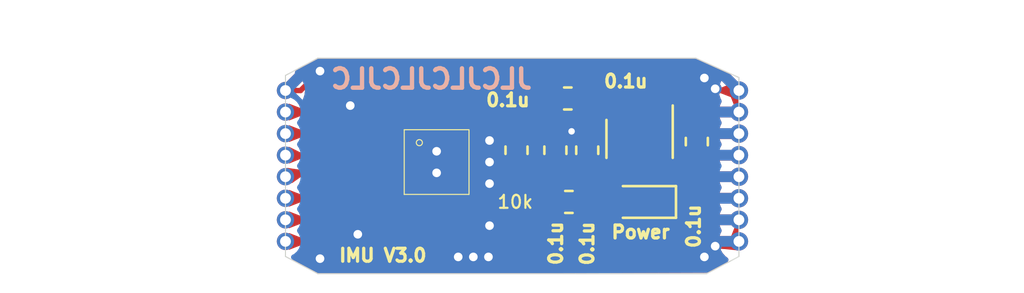
<source format=kicad_pcb>
(kicad_pcb (version 20221018) (generator pcbnew)
  (layers (0 "F.Cu" signal) (31 "B.Cu" signal) (34 "B.Paste" user) (35 "F.Paste" user) (36 "B.SilkS" user "B.Silkscreen") (37 "F.SilkS" user "F.Silkscreen") (38 "B.Mask" user) (39 "F.Mask" user) (44 "Edge.Cuts" user))
  (net 0 "")
  (net 1 "+5V")
  (net 2 "GND")
  (net 3 "Net-(C2-Pad1)")
  (net 4 "+3V3")
  (net 5 "Net-(C5-Pad1)")
  (net 6 "FSYNC")
  (net 7 "INT")
  (net 8 "CS")
  (net 9 "MISO")
  (net 10 "MOSI")
  (net 11 "SCLK")
  (net 12 "Net-(D1-Pad2)")
  (footprint "Capacitor_SMD:C_0603_1608Metric_Pad1.05x0.95mm_HandSolder" (layer "F.Cu") (at 113.075 53.37 180)
    (fp_text reference "0.1u" (at -2.685 0.8) (layer "F.SilkS") (effects (font (size 0.6 0.6))))
    (fp_text value "100n")
    (fp_line (start -0.171267 -0.51) (end 0.171267 -0.51) (stroke (width 0.12)) (layer "F.SilkS"))
    (fp_line (start -0.171267 0.51) (end 0.171267 0.51) (stroke (width 0.12)) (layer "F.SilkS"))
    (pad "1" smd roundrect (at -0.875 0 180) (size 1.05 0.95) (layers "F.Cu" "F.Paste" "F.Mask") (net 3 "Net-(C2-Pad1)"))
    (pad "2" smd roundrect (at 0.875 0 180) (size 1.05 0.95) (layers "F.Cu" "F.Paste" "F.Mask") (net 2 "GND"))
  )
  (footprint "Capacitor_SMD:C_0603_1608Metric_Pad1.05x0.95mm_HandSolder" (layer "F.Cu") (at 113.975 55.77 90)
    (fp_text reference "0.1u" (at -4.33 -0.005 90) (layer "F.SilkS") (effects (font (size 0.6 0.6))))
    (fp_text value "10u")
    (fp_line (start -0.171267 -0.51) (end 0.171267 -0.51) (stroke (width 0.12)) (layer "F.SilkS"))
    (fp_line (start -0.171267 0.51) (end 0.171267 0.51) (stroke (width 0.12)) (layer "F.SilkS"))
    (pad "1" smd roundrect (at -0.875 0 90) (size 1.05 0.95) (layers "F.Cu" "F.Paste" "F.Mask") (net 4 "+3V3"))
    (pad "2" smd roundrect (at 0.875 0 90) (size 1.05 0.95) (layers "F.Cu" "F.Paste" "F.Mask") (net 2 "GND"))
  )
  (footprint "Capacitor_SMD:C_0603_1608Metric_Pad1.05x0.95mm_HandSolder" (layer "F.Cu") (at 112.5 55.77 90)
    (fp_text reference "0.1u" (at -4.32 0.02 90) (layer "F.SilkS") (effects (font (size 0.6 0.6))))
    (fp_text value "100n")
    (fp_line (start -0.171267 -0.51) (end 0.171267 -0.51) (stroke (width 0.12)) (layer "F.SilkS"))
    (fp_line (start -0.171267 0.51) (end 0.171267 0.51) (stroke (width 0.12)) (layer "F.SilkS"))
    (pad "1" smd roundrect (at -0.875 0 90) (size 1.05 0.95) (layers "F.Cu" "F.Paste" "F.Mask") (net 4 "+3V3"))
    (pad "2" smd roundrect (at 0.875 0 90) (size 1.05 0.95) (layers "F.Cu" "F.Paste" "F.Mask") (net 2 "GND"))
  )
  (footprint "Package_TO_SOT_SMD:TSOT-23-5" (layer "F.Cu") (at 116.425 55.245 -90)
    (fp_text reference " " (at -1.785 -2.575 180) (layer "F.SilkS"))
    (fp_text value "NJM2871BF33")
    (fp_line (start -0.88 1.56) (end 0.88 1.56) (stroke (width 0.12)) (layer "F.SilkS"))
    (fp_line (start 0.88 -1.51) (end -1.55 -1.51) (stroke (width 0.12)) (layer "F.SilkS"))
    (pad "1" smd rect (at -1.31 -0.95 270) (size 1.22 0.65) (layers "F.Cu" "F.Paste" "F.Mask") (net 1 "+5V"))
    (pad "2" smd rect (at -1.31 0 270) (size 1.22 0.65) (layers "F.Cu" "F.Paste" "F.Mask") (net 2 "GND"))
    (pad "3" smd rect (at -1.31 0.95 270) (size 1.22 0.65) (layers "F.Cu" "F.Paste" "F.Mask") (net 3 "Net-(C2-Pad1)"))
    (pad "4" smd rect (at 1.31 0.95 270) (size 1.22 0.65) (layers "F.Cu" "F.Paste" "F.Mask") (net 4 "+3V3"))
    (pad "5" smd rect (at 1.31 -0.95 270) (size 1.22 0.65) (layers "F.Cu" "F.Paste" "F.Mask") (net 1 "+5V"))
  )
  (footprint "mylibrary:LGA-16-3x3" (layer "F.Cu") (at 107 56.32)
    (fp_text reference " " (at 1.675 2.125) (layer "F.SilkS") (effects (font (size 0.8 0.8) (thickness 0.12))))
    (fp_text value "ICM-20602" hide)
    (fp_line (start -1.5 -1.5) (end 1.5 -1.5) (stroke (width 0.05)) (layer "F.SilkS"))
    (fp_line (start -1.5 1.5) (end -1.5 -1.5) (stroke (width 0.05)) (layer "F.SilkS"))
    (fp_line (start 1.5 -1.5) (end 1.5 1.5) (stroke (width 0.05)) (layer "F.SilkS"))
    (fp_line (start 1.5 1.5) (end -1.5 1.5) (stroke (width 0.05)) (layer "F.SilkS"))
    (fp_circle (center -0.8 -0.9) (end -0.7 -0.8) (stroke (width 0.05)) (fill none) (layer "F.SilkS"))
    (pad "1" smd rect (at -1.475 -1) (size 0.85 0.25) (layers "F.Cu" "F.Paste" "F.Mask") (net 4 "+3V3"))
    (pad "2" smd rect (at -1.475 -0.5) (size 0.85 0.25) (layers "F.Cu" "F.Paste" "F.Mask") (net 11 "SCLK"))
    (pad "3" smd rect (at -1.475 0) (size 0.85 0.25) (layers "F.Cu" "F.Paste" "F.Mask") (net 10 "MOSI"))
    (pad "4" smd rect (at -1.475 0.5) (size 0.85 0.25) (layers "F.Cu" "F.Paste" "F.Mask") (net 9 "MISO"))
    (pad "5" smd rect (at -1.475 1) (size 0.85 0.25) (layers "F.Cu" "F.Paste" "F.Mask") (net 8 "CS"))
    (pad "6" smd rect (at -0.5 1.475) (size 0.25 0.85) (layers "F.Cu" "F.Paste" "F.Mask") (net 7 "INT"))
    (pad "7" smd rect (at 0 1.475) (size 0.25 0.85) (layers "F.Cu" "F.Paste" "F.Mask") (net 2 "GND"))
    (pad "8" smd rect (at 0.5 1.475) (size 0.25 0.85) (layers "F.Cu" "F.Paste" "F.Mask") (net 6 "FSYNC"))
    (pad "9" smd rect (at 1.475 1) (size 0.85 0.25) (layers "F.Cu" "F.Paste" "F.Mask") (net 2 "GND"))
    (pad "10" smd rect (at 1.475 0.5) (size 0.85 0.25) (layers "F.Cu" "F.Paste" "F.Mask") (net 2 "GND"))
    (pad "11" smd rect (at 1.475 0) (size 0.85 0.25) (layers "F.Cu" "F.Paste" "F.Mask") (net 2 "GND"))
    (pad "12" smd rect (at 1.475 -0.5) (size 0.85 0.25) (layers "F.Cu" "F.Paste" "F.Mask") (net 2 "GND"))
    (pad "13" smd rect (at 1.475 -1) (size 0.85 0.25) (layers "F.Cu" "F.Paste" "F.Mask") (net 2 "GND"))
    (pad "14" smd rect (at 0.5 -1.475) (size 0.25 0.85) (layers "F.Cu" "F.Paste" "F.Mask") (net 5 "Net-(C5-Pad1)"))
    (pad "15" smd rect (at 0 -1.475) (size 0.25 0.85) (layers "F.Cu" "F.Paste" "F.Mask") (net 2 "GND"))
    (pad "16" smd rect (at -0.5 -1.475) (size 0.25 0.85) (layers "F.Cu" "F.Paste" "F.Mask") (net 4 "+3V3"))
  )
  (footprint "Capacitor_SMD:C_0603_1608Metric_Pad1.05x0.95mm_HandSolder" (layer "F.Cu") (at 110.7 55.77 -90)
    (fp_text reference "0.1u" (at -2.33 0.4 180) (layer "F.SilkS") (effects (font (size 0.6 0.6))))
    (fp_text value "C_Small")
    (fp_line (start -0.171267 -0.51) (end 0.171267 -0.51) (stroke (width 0.12)) (layer "F.SilkS"))
    (fp_line (start -0.171267 0.51) (end 0.171267 0.51) (stroke (width 0.12)) (layer "F.SilkS"))
    (pad "1" smd roundrect (at -0.875 0 270) (size 1.05 0.95) (layers "F.Cu" "F.Paste" "F.Mask") (net 5 "Net-(C5-Pad1)"))
    (pad "2" smd roundrect (at 0.875 0 270) (size 1.05 0.95) (layers "F.Cu" "F.Paste" "F.Mask") (net 2 "GND"))
  )
  (footprint "LED_SMD:LED_0603_1608Metric_Pad1.05x0.95mm_HandSolder" (layer "F.Cu") (at 116.425 58.17 180)
    (fp_text reference "Power" (at -0.025 -1.4) (layer "F.SilkS") (effects (font (size 0.6 0.6))))
    (fp_text value "LED")
    (fp_line (start -1.66 -0.735) (end -1.66 0.735) (stroke (width 0.12)) (layer "F.SilkS"))
    (fp_line (start -1.66 0.735) (end 0.8 0.735) (stroke (width 0.12)) (layer "F.SilkS"))
    (fp_line (start 0.8 -0.735) (end -1.66 -0.735) (stroke (width 0.12)) (layer "F.SilkS"))
    (pad "1" smd roundrect (at -0.875 0 180) (size 1.05 0.95) (layers "F.Cu" "F.Paste" "F.Mask") (net 2 "GND"))
    (pad "2" smd roundrect (at 0.875 0 180) (size 1.05 0.95) (layers "F.Cu" "F.Paste" "F.Mask") (net 12 "Net-(D1-Pad2)"))
  )
  (footprint "Resistor_SMD:R_0603_1608Metric_Pad1.05x0.95mm_HandSolder" (layer "F.Cu") (at 113.125 58.17)
    (fp_text reference "10k" (at -2.485 0) (layer "F.SilkS") (effects (font (size 0.6 0.6) (thickness 0.1) bold)))
    (fp_text value "R_Small")
    (fp_line (start -0.171267 -0.51) (end 0.171267 -0.51) (stroke (width 0.12)) (layer "F.SilkS"))
    (fp_line (start -0.171267 0.51) (end 0.171267 0.51) (stroke (width 0.12)) (layer "F.SilkS"))
    (pad "1" smd roundrect (at -0.875 0) (size 1.05 0.95) (layers "F.Cu" "F.Paste" "F.Mask") (net 4 "+3V3"))
    (pad "2" smd roundrect (at 0.875 0) (size 1.05 0.95) (layers "F.Cu" "F.Paste" "F.Mask") (net 12 "Net-(D1-Pad2)"))
  )
  (footprint "Capacitor_SMD:C_0603_1608Metric_Pad1.05x0.95mm_HandSolder" (layer "F.Cu") (at 119.05 55.37 90)
    (fp_text reference "0.1u" (at -3.93 -0.15 90) (layer "F.SilkS") (effects (font (size 0.6 0.6))))
    (fp_text value "10u")
    (fp_line (start -0.171267 -0.51) (end 0.171267 -0.51) (stroke (width 0.12)) (layer "F.SilkS"))
    (fp_line (start -0.171267 0.51) (end 0.171267 0.51) (stroke (width 0.12)) (layer "F.SilkS"))
    (pad "1" smd roundrect (at -0.875 0 90) (size 1.05 0.95) (layers "F.Cu" "F.Paste" "F.Mask") (net 2 "GND"))
    (pad "2" smd roundrect (at 0.875 0 90) (size 1.05 0.95) (layers "F.Cu" "F.Paste" "F.Mask") (net 1 "+5V"))
  )
  (footprint "Connector_PinHeader_1.00mm:PinHeader_1x08_P1.00mm_Vertical" (layer "F.Cu") (at 100 53)
    (fp_text reference " " hide)
    (fp_text value "PinHeader_1x08_P1.00mm_Vertical")
    (pad "1" thru_hole circle (at 0 0) (size 0.8 0.8) (drill 0.5) (layers "*.Cu" "*.Mask") (net 2 "GND"))
    (pad "2" thru_hole oval (at 0 1) (size 0.8 0.8) (drill 0.5) (layers "*.Cu" "*.Mask") (net 1 "+5V"))
    (pad "3" thru_hole oval (at 0 2) (size 0.8 0.8) (drill 0.5) (layers "*.Cu" "*.Mask") (net 11 "SCLK"))
    (pad "4" thru_hole oval (at 0 3) (size 0.8 0.8) (drill 0.5) (layers "*.Cu" "*.Mask") (net 10 "MOSI"))
    (pad "5" thru_hole oval (at 0 4) (size 0.8 0.8) (drill 0.5) (layers "*.Cu" "*.Mask") (net 9 "MISO"))
    (pad "6" thru_hole oval (at 0 5) (size 0.8 0.8) (drill 0.5) (layers "*.Cu" "*.Mask") (net 8 "CS"))
    (pad "7" thru_hole oval (at 0 6) (size 0.8 0.8) (drill 0.5) (layers "*.Cu" "*.Mask") (net 7 "INT"))
    (pad "8" thru_hole oval (at 0 7) (size 0.8 0.8) (drill 0.5) (layers "*.Cu" "*.Mask") (net 6 "FSYNC"))
  )
  (footprint "Connector_PinHeader_1.00mm:PinHeader_1x08_P1.00mm_Vertical" (layer "F.Cu") (at 121 53)
    (fp_text reference " " hide)
    (fp_text value "PinHeader_1x08_P1.00mm_Vertical")
    (pad "1" thru_hole circle (at 0 0) (size 0.85 0.85) (drill 0.5) (layers "*.Cu" "*.Mask") (net 2 "GND"))
    (pad "2" thru_hole oval (at 0 1) (size 0.85 0.85) (drill 0.5) (layers "*.Cu" "*.Mask") (net 2 "GND"))
    (pad "3" thru_hole oval (at 0 2) (size 0.85 0.85) (drill 0.5) (layers "*.Cu" "*.Mask") (net 2 "GND"))
    (pad "4" thru_hole oval (at 0 3) (size 0.85 0.85) (drill 0.5) (layers "*.Cu" "*.Mask") (net 2 "GND"))
    (pad "5" thru_hole oval (at 0 4) (size 0.85 0.85) (drill 0.5) (layers "*.Cu" "*.Mask") (net 2 "GND"))
    (pad "6" thru_hole oval (at 0 5) (size 0.85 0.85) (drill 0.5) (layers "*.Cu" "*.Mask") (net 2 "GND"))
    (pad "7" thru_hole oval (at 0 6) (size 0.85 0.85) (drill 0.5) (layers "*.Cu" "*.Mask") (net 2 "GND"))
    (pad "8" thru_hole oval (at 0 7) (size 0.85 0.85) (drill 0.5) (layers "*.Cu" "*.Mask") (net 2 "GND"))
  )
  (gr_line (start 101.5 51.499999) (end 100 52.3) (stroke (width 0.05)) (layer "Edge.Cuts"))
  (gr_line (start 121 52.4) (end 119 51.5) (stroke (width 0.05)) (layer "Edge.Cuts"))
  (gr_line (start 100 60.7) (end 101.5 61.5) (stroke (width 0.05)) (layer "Edge.Cuts"))
  (gr_line (start 121 52.4) (end 121 60.7) (stroke (width 0.05)) (layer "Edge.Cuts"))
  (gr_line (start 119 51.5) (end 101.5 51.499999) (stroke (width 0.05)) (layer "Edge.Cuts"))
  (gr_line (start 101.5 61.5) (end 119.5 61.5) (stroke (width 0.05)) (layer "Edge.Cuts"))
  (gr_line (start 119.5 61.5) (end 121 60.7) (stroke (width 0.05)) (layer "Edge.Cuts"))
  (gr_line (start 100 52.3) (end 100 60.7) (stroke (width 0.05)) (layer "Edge.Cuts"))
  (gr_text "JLCJLCJLCJLC" (at 111.52 52.99) (layer "B.SilkS") (effects (font (size 0.9 0.9) (thickness 0.2) bold) (justify left bottom mirror)))
  (gr_text "IMU V3.0" (at 102.41 61) (layer "F.SilkS") (effects (font (size 0.6 0.6) (thickness 0.15) bold) (justify left bottom)))
  (segment (start 117.375 55.645) (end 117.375 56.555) (width 0.4) (layer "F.Cu") (net 1))
  (segment (start 117.375 53.935) (end 117.375 55.245) (width 0.4) (layer "F.Cu") (net 1))
  (segment (start 119.05 54.495) (end 117.05 52.495) (width 0.4) (layer "F.Cu") (net 1))
  (segment (start 117.375 55.245) (end 117.375 56.555) (width 0.4) (layer "F.Cu") (net 1))
  (segment (start 119.05 54.495) (end 118.525 54.495) (width 0.4) (layer "F.Cu") (net 1))
  (segment (start 118.525 54.495) (end 117.375 55.645) (width 0.4) (layer "F.Cu") (net 1))
  (segment (start 103.67501 55.29499) (end 103.65 55.32) (width 0.25) (layer "F.Cu") (net 1))
  (segment (start 100.91 54) (end 100 54) (width 0.25) (layer "F.Cu") (net 1))
  (segment (start 117.05 52.495) (end 106.324239 52.495) (width 0.4) (layer "F.Cu") (net 1))
  (segment (start 103.67501 55.144229) (end 103.67501 55.29499) (width 0.4) (layer "F.Cu") (net 1))
  (segment (start 102.23 55.32) (end 100.91 54) (width 0.25) (layer "F.Cu") (net 1))
  (segment (start 106.324239 52.495) (end 103.67501 55.144229) (width 0.4) (layer "F.Cu") (net 1))
  (segment (start 103.65 55.32) (end 102.23 55.32) (width 0.25) (layer "F.Cu") (net 1))
  (segment (start 109.45 55.32) (end 109.45 55.32) (width 0.25) (layer "F.Cu") (net 2))
  (segment (start 109.45 55.82) (end 109.45 55.82) (width 0.25) (layer "F.Cu") (net 2))
  (segment (start 109.45 56.32) (end 109.45 56.32) (width 0.25) (layer "F.Cu") (net 2))
  (segment (start 109.45 56.82) (end 109.45 56.82) (width 0.25) (layer "F.Cu") (net 2))
  (segment (start 109.45 57.32) (end 109.45 57.32) (width 0.25) (layer "F.Cu") (net 2))
  (segment (start 109.45 57.32) (end 109.45 57.32) (width 0.25) (layer "F.Cu") (net 2))
  (segment (start 109.45 56.32) (end 109.45 56.32) (width 0.25) (layer "F.Cu") (net 2))
  (segment (start 109.45 55.32) (end 109.45 55.32) (width 0.25) (layer "F.Cu") (net 2))
  (segment (start 118.95 51.97) (end 101.73 51.97) (width 0.25) (layer "F.Cu") (net 2))
  (segment (start 116.425 53.935) (end 116.425 57.67) (width 0.4) (layer "F.Cu") (net 2))
  (segment (start 112.5 53.67) (end 112.5 54.895) (width 0.4) (layer "F.Cu") (net 2))
  (segment (start 121 53) (end 119.98 53) (width 0.25) (layer "F.Cu") (net 2))
  (segment (start 109.4 60.72) (end 108 60.72) (width 0.25) (layer "F.Cu") (net 2))
  (segment (start 108.475 56.32) (end 109.45 56.32) (width 0.25) (layer "F.Cu") (net 2))
  (segment (start 116.425 57.67) (end 116.925 58.17) (width 0.4) (layer "F.Cu") (net 2))
  (segment (start 112.2 53.37) (end 112.5 53.67) (width 0.4) (layer "F.Cu") (net 2))
  (segment (start 119.4 60.72) (end 119.9 60.22) (width 0.25) (layer "F.Cu") (net 2))
  (segment (start 108 60.72) (end 101.68 60.72) (width 0.25) (layer "F.Cu") (net 2))
  (segment (start 101.73 51.97) (end 101.6 52.1) (width 0.25) (layer "F.Cu") (net 2))
  (segment (start 116.925 58.17) (end 117.3 58.17) (width 0.4) (layer "F.Cu") (net 2))
  (segment (start 108.475 57.32) (end 109.45 57.32) (width 0.25) (layer "F.Cu") (net 2))
  (segment (start 112.5 54.895) (end 113.975 54.895) (width 0.4) (layer "F.Cu") (net 2))
  (segment (start 109.4 60.72) (end 119.4 60.72) (width 0.25) (layer "F.Cu") (net 2))
  (segment (start 107 54.845) (end 107 55.82) (width 0.25) (layer "F.Cu") (net 2))
  (segment (start 107 57.795) (end 107 56.82) (width 0.25) (layer "F.Cu") (net 2))
  (segment (start 101.68 60.72) (end 101.6 60.8) (width 0.25) (layer "F.Cu") (net 2))
  (segment (start 119.98 53) (end 119.4 52.42) (width 0.25) (layer "F.Cu") (net 2))
  (segment (start 108.475 55.82) (end 109.45 55.82) (width 0.25) (layer "F.Cu") (net 2))
  (segment (start 109.45 55.32) (end 109.45 57.32) (width 0.4) (layer "F.Cu") (net 2))
  (segment (start 100 53) (end 100.7 53) (width 0.25) (layer "F.Cu") (net 2))
  (segment (start 108.475 55.32) (end 109.45 55.32) (width 0.25) (layer "F.Cu") (net 2))
  (segment (start 100.7 53) (end 101.6 52.1) (width 0.25) (layer "F.Cu") (net 2))
  (segment (start 117.3 58.17) (end 116.95 58.17) (width 0.4) (layer "F.Cu") (net 2))
  (segment (start 117.3 58.17) (end 119.05 56.42) (width 0.4) (layer "F.Cu") (net 2))
  (segment (start 119.9 60.22) (end 120.78 60.22) (width 0.25) (layer "F.Cu") (net 2))
  (segment (start 119.4 52.42) (end 118.95 51.97) (width 0.25) (layer "F.Cu") (net 2))
  (segment (start 108.475 56.82) (end 109.45 56.82) (width 0.25) (layer "F.Cu") (net 2))
  (segment (start 119.05 56.42) (end 119.05 56.245) (width 0.4) (layer "F.Cu") (net 2))
  (via (at 109.45 56.32) (size 0.6) (drill 0.4) (layers "F.Cu" "B.Cu") (net 2))
  (via (at 113.25 54.895) (size 0.5) (drill 0.3) (layers "F.Cu" "B.Cu") (net 2))
  (via (at 108.7 60.72) (size 0.6) (drill 0.4) (layers "F.Cu" "B.Cu") (net 2))
  (via (at 119.4 52.42) (size 0.6) (drill 0.4) (layers "F.Cu" "B.Cu") (net 2))
  (via (at 119.4 60.72) (size 0.6) (drill 0.4) (layers "F.Cu" "B.Cu") (net 2))
  (via (at 119.9 52.92) (size 0.6) (drill 0.4) (layers "F.Cu" "B.Cu") (net 2))
  (via (at 101.6 52.1) (size 0.6) (drill 0.4) (layers "F.Cu" "B.Cu") (net 2))
  (via (at 109.45 59.27) (size 0.6) (drill 0.4) (layers "F.Cu" "B.Cu") (net 2))
  (via (at 107 56.82) (size 0.6) (drill 0.4) (layers "F.Cu" "B.Cu") (net 2))
  (via (at 108 60.72) (size 0.6) (drill 0.4) (layers "F.Cu" "B.Cu") (net 2))
  (via (at 103 53.7) (size 0.8) (drill 0.4) (layers "F.Cu" "B.Cu") (net 2))
  (via (at 107 55.82) (size 0.6) (drill 0.4) (layers "F.Cu" "B.Cu") (net 2))
  (via (at 109.45 55.32) (size 0.6) (drill 0.4) (layers "F.Cu" "B.Cu") (net 2))
  (via (at 119.9 60.22) (size 0.6) (drill 0.4) (layers "F.Cu" "B.Cu") (net 2))
  (via (at 109.45 57.32) (size 0.6) (drill 0.4) (layers "F.Cu" "B.Cu") (net 2))
  (via (at 103.35 59.67) (size 0.6) (drill 0.4) (layers "F.Cu" "B.Cu") (net 2))
  (via (at 109.4 60.72) (size 0.6) (drill 0.4) (layers "F.Cu" "B.Cu") (net 2))
  (via (at 101.6 60.8) (size 0.8) (drill 0.4) (layers "F.Cu" "B.Cu") (net 2))
  (segment (start 115.085 53.545) (end 115.475 53.935) (width 0.4) (layer "F.Cu") (net 3))
  (segment (start 113.95 53.395) (end 114.6 53.395) (width 0.4) (layer "F.Cu") (net 3))
  (segment (start 114.6 53.395) (end 114.75 53.545) (width 0.4) (layer "F.Cu") (net 3))
  (segment (start 114.75 53.545) (end 115.085 53.545) (width 0.4) (layer "F.Cu") (net 3))
  (segment (start 112.5 56.645) (end 114 56.645) (width 0.4) (layer "F.Cu") (net 4))
  (segment (start 104.55 55.32) (end 104.5 55.27) (width 0.25) (layer "F.Cu") (net 4))
  (segment (start 114 56.645) (end 115.385 56.645) (width 0.4) (layer "F.Cu") (net 4))
  (segment (start 115.385 56.645) (end 115.475 56.555) (width 0.4) (layer "F.Cu") (net 4))
  (segment (start 106.147767 53.52) (end 104.5 55.167767) (width 0.4) (layer "F.Cu") (net 4))
  (segment (start 106.5 53.64) (end 106.38 53.52) (width 0.25) (layer "F.Cu") (net 4))
  (segment (start 105.525 55.32) (end 104.55 55.32) (width 0.25) (layer "F.Cu") (net 4))
  (segment (start 106.5 54.845) (end 106.5 53.64) (width 0.25) (layer "F.Cu") (net 4))
  (segment (start 111.62499 57.94499) (end 111.85 58.17) (width 0.4) (layer "F.Cu") (net 4))
  (segment (start 110.9 53.52) (end 111.62499 54.24499) (width 0.4) (layer "F.Cu") (net 4))
  (segment (start 111.62499 54.24499) (end 111.62499 56.46999) (width 0.4) (layer "F.Cu") (net 4))
  (segment (start 111.62499 56.46999) (end 111.62499 57.94499) (width 0.4) (layer "F.Cu") (net 4))
  (segment (start 111.85 58.17) (end 112.25 58.17) (width 0.4) (layer "F.Cu") (net 4))
  (segment (start 111.62499 56.46999) (end 111.8 56.645) (width 0.4) (layer "F.Cu") (net 4))
  (segment (start 104.5 55.167767) (end 104.5 55.27) (width 0.4) (layer "F.Cu") (net 4))
  (segment (start 111.8 56.645) (end 112.5 56.645) (width 0.4) (layer "F.Cu") (net 4))
  (segment (start 106.38 53.52) (end 110.9 53.52) (width 0.4) (layer "F.Cu") (net 4))
  (segment (start 106.38 53.52) (end 106.147767 53.52) (width 0.4) (layer "F.Cu") (net 4))
  (segment (start 110.7 54.22) (end 110.7 54.895) (width 0.25) (layer "F.Cu") (net 5))
  (segment (start 107.5 54.845) (end 107.5 54.27) (width 0.25) (layer "F.Cu") (net 5))
  (segment (start 107.7 54.07) (end 110.55 54.07) (width 0.25) (layer "F.Cu") (net 5))
  (segment (start 107.5 54.27) (end 107.7 54.07) (width 0.25) (layer "F.Cu") (net 5))
  (segment (start 110.55 54.07) (end 110.7 54.22) (width 0.25) (layer "F.Cu") (net 5))
  (segment (start 105.46359 59.22) (end 104.56359 58.32) (width 0.25) (layer "F.Cu") (net 6))
  (segment (start 107.5 57.795) (end 107.5 58.92) (width 0.25) (layer "F.Cu") (net 6))
  (segment (start 104.56359 58.32) (end 102.81 58.32) (width 0.25) (layer "F.Cu") (net 6))
  (segment (start 101.13 60) (end 100 60) (width 0.25) (layer "F.Cu") (net 6))
  (segment (start 102.81 58.32) (end 101.13 60) (width 0.25) (layer "F.Cu") (net 6))
  (segment (start 107.5 58.92) (end 107.2 59.22) (width 0.25) (layer "F.Cu") (net 6))
  (segment (start 107.2 59.22) (end 105.46359 59.22) (width 0.25) (layer "F.Cu") (net 6))
  (segment (start 106.3 58.77) (end 105.65 58.77) (width 0.25) (layer "F.Cu") (net 7))
  (segment (start 104.7 57.82) (end 102.05 57.82) (width 0.25) (layer "F.Cu") (net 7))
  (segment (start 106.5 57.795) (end 106.5 58.57) (width 0.25) (layer "F.Cu") (net 7))
  (segment (start 105.65 58.77) (end 104.7 57.82) (width 0.25) (layer "F.Cu") (net 7))
  (segment (start 106.5 58.57) (end 106.3 58.77) (width 0.25) (layer "F.Cu") (net 7))
  (segment (start 102.05 57.82) (end 100.87 59) (width 0.25) (layer "F.Cu") (net 7))
  (segment (start 100.87 59) (end 100 59) (width 0.25) (layer "F.Cu") (net 7))
  (segment (start 101.030662 58) (end 100 58) (width 0.25) (layer "F.Cu") (net 8))
  (segment (start 105.525 57.32) (end 101.710662 57.32) (width 0.25) (layer "F.Cu") (net 8))
  (segment (start 101.710662 57.32) (end 101.030662 58) (width 0.25) (layer "F.Cu") (net 8))
  (segment (start 105.525 56.82) (end 100.18 56.82) (width 0.25) (layer "F.Cu") (net 9))
  (segment (start 100 56) (end 100.75 56) (width 0.25) (layer "F.Cu") (net 10))
  (segment (start 101.07 56.32) (end 105.525 56.32) (width 0.25) (layer "F.Cu") (net 10))
  (segment (start 100.75 56) (end 101.07 56.32) (width 0.25) (layer "F.Cu") (net 10))
  (segment (start 101.13 55) (end 101.95 55.82) (width 0.25) (layer "F.Cu") (net 11))
  (segment (start 101.95 55.82) (end 105.525 55.82) (width 0.25) (layer "F.Cu") (net 11))
  (segment (start 100 55) (end 101.13 55) (width 0.25) (layer "F.Cu") (net 11))
  (segment (start 114 58.17) (end 115.55 58.17) (width 0.4) (layer "F.Cu") (net 12))
  (zone (net 0) (net_name "") (layer "F.Cu") (connect_pads (clearance 0)) (min_thickness 0.254)
    (keepout (tracks not_allowed) (vias not_allowed) (pads allowed) (copperpour not_allowed) (footprints allowed))
    (fill (thermal_gap 0.508) (thermal_bridge_width 0.508))
    (polygon (pts (xy 108.21 55.95) (xy 108.76 55.95) (xy 108.76 56.19) (xy 108.21 56.19)))
  )
  (zone (net 0) (net_name "") (layer "F.Cu") (connect_pads (clearance 0)) (min_thickness 0.254)
    (keepout (tracks not_allowed) (vias not_allowed) (pads allowed) (copperpour not_allowed) (footprints allowed))
    (fill (thermal_gap 0.508) (thermal_bridge_width 0.508))
    (polygon (pts (xy 108.2 55.45) (xy 108.75 55.45) (xy 108.75 55.69) (xy 108.2 55.69)))
  )
  (zone (net 0) (net_name "") (layer "F.Cu") (connect_pads (clearance 0)) (min_thickness 0.254)
    (keepout (tracks not_allowed) (vias not_allowed) (pads allowed) (copperpour not_allowed) (footprints allowed))
    (fill (thermal_gap 0.508) (thermal_bridge_width 0.508))
    (polygon (pts (xy 108.21 56.95) (xy 108.76 56.95) (xy 108.76 57.19) (xy 108.21 57.19)))
  )
  (zone (net 0) (net_name "") (layer "F.Cu") (connect_pads (clearance 0)) (min_thickness 0.254)
    (keepout (tracks not_allowed) (vias not_allowed) (pads allowed) (copperpour not_allowed) (footprints allowed))
    (fill (thermal_gap 0.508) (thermal_bridge_width 0.508))
    (polygon (pts (xy 108.21 57.45) (xy 108.76 57.45) (xy 108.76 57.95) (xy 108.21 57.95)))
  )
  (zone (net 0) (net_name "") (layer "F.Cu") (connect_pads (clearance 0)) (min_thickness 0.254)
    (keepout (tracks not_allowed) (vias not_allowed) (pads allowed) (copperpour not_allowed) (footprints allowed))
    (fill (thermal_gap 0.508) (thermal_bridge_width 0.508))
    (polygon (pts (xy 108.21 56.45) (xy 108.76 56.45) (xy 108.76 56.69) (xy 108.21 56.69)))
  )
  (zone (net 2) (net_name "GND") (layers "F&B.Cu") (connect_pads (clearance 0.3)) (min_thickness 0.25) (fill yes (thermal_gap 0.5) (thermal_bridge_width 0.5))
    (polygon (pts (xy 120.99 51.45) (xy 99.91 51.51) (xy 99.91 61.51) (xy 120.99 61.45)))
  )
)
</source>
